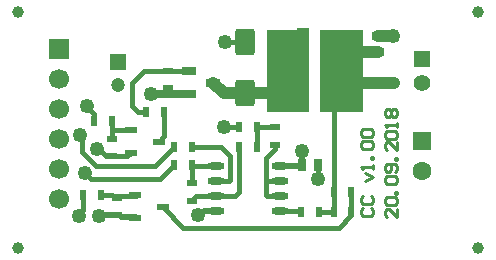
<source format=gtl>
G04*
G04 #@! TF.GenerationSoftware,Altium Limited,Altium Designer,18.1.1 (9)*
G04*
G04 Layer_Physical_Order=1*
G04 Layer_Color=255*
%FSLAX42Y42*%
%MOMM*%
G71*
G01*
G75*
%ADD27C,1.20*%
%ADD29R,1.20X0.70*%
%ADD30R,1.00X0.60*%
%ADD31R,2.60X7.00*%
%ADD32R,0.95X0.60*%
%ADD33R,1.00X0.80*%
%ADD34R,0.60X0.95*%
G04:AMPARAMS|DCode=35|XSize=2.27mm|YSize=1.65mm|CornerRadius=0.25mm|HoleSize=0mm|Usage=FLASHONLY|Rotation=90.000|XOffset=0mm|YOffset=0mm|HoleType=Round|Shape=RoundedRectangle|*
%AMROUNDEDRECTD35*
21,1,2.27,1.16,0,0,90.0*
21,1,1.78,1.65,0,0,90.0*
1,1,0.50,0.58,0.89*
1,1,0.50,0.58,-0.89*
1,1,0.50,-0.58,-0.89*
1,1,0.50,-0.58,0.89*
%
%ADD35ROUNDEDRECTD35*%
%ADD36R,0.80X1.00*%
%ADD37O,1.45X0.60*%
%ADD38C,1.00*%
%ADD39C,0.40*%
%ADD40C,0.50*%
%ADD41C,0.70*%
%ADD42C,0.25*%
%ADD43R,1.20X7.00*%
%ADD44R,1.10X7.10*%
%ADD45C,1.00*%
%ADD46R,1.40X1.40*%
%ADD47C,1.40*%
%ADD48C,1.60*%
%ADD49R,1.60X1.60*%
%ADD50R,1.70X1.70*%
%ADD51C,1.70*%
%ADD52C,1.25*%
D27*
X750Y1275D02*
D03*
D29*
X1348Y1395D02*
D03*
Y1205D02*
D03*
X1552Y1300D02*
D03*
D30*
X1130Y250D02*
D03*
X890Y155D02*
D03*
Y345D02*
D03*
X1095Y800D02*
D03*
X855Y705D02*
D03*
Y895D02*
D03*
D31*
X2700Y1400D02*
D03*
X2138D02*
D03*
D32*
X1175D02*
D03*
Y1250D02*
D03*
X700Y825D02*
D03*
Y675D02*
D03*
X1375Y300D02*
D03*
Y450D02*
D03*
X2075Y775D02*
D03*
Y925D02*
D03*
X740Y175D02*
D03*
Y325D02*
D03*
D33*
X2950Y1692D02*
D03*
Y1557D02*
D03*
D34*
X1135Y1050D02*
D03*
X985D02*
D03*
X700Y975D02*
D03*
X550D02*
D03*
X1375Y600D02*
D03*
X1225D02*
D03*
X2300Y200D02*
D03*
X2450D02*
D03*
X1925Y750D02*
D03*
X1775D02*
D03*
X1225D02*
D03*
X1375D02*
D03*
X1925Y925D02*
D03*
X1775D02*
D03*
X2725Y200D02*
D03*
X2575D02*
D03*
X2725Y375D02*
D03*
X2575D02*
D03*
X605Y350D02*
D03*
X455D02*
D03*
D35*
X1825Y1642D02*
D03*
Y1209D02*
D03*
D36*
X2308Y600D02*
D03*
X2442D02*
D03*
D37*
X2123Y210D02*
D03*
Y337D02*
D03*
Y464D02*
D03*
Y591D02*
D03*
X1577Y210D02*
D03*
Y337D02*
D03*
Y464D02*
D03*
Y591D02*
D03*
D38*
X2800Y1300D02*
X3090D01*
X2950Y1692D02*
X3075D01*
X2708Y1557D02*
X2950D01*
X1825Y1209D02*
X2108D01*
X1643D02*
X1825D01*
X1552Y1300D02*
X1643Y1209D01*
D39*
X920Y1050D02*
X985D01*
X870Y1100D02*
X920Y1050D01*
X870Y1100D02*
Y1300D01*
X970Y1400D01*
X1175D01*
X575Y750D02*
X650Y675D01*
X470Y530D02*
X520Y480D01*
X440Y713D02*
Y860D01*
Y713D02*
X563Y590D01*
X1065D01*
X1225Y750D01*
X420Y190D02*
X455Y225D01*
X420Y170D02*
Y190D01*
X483Y1100D02*
X550Y1033D01*
Y975D02*
Y1033D01*
X520Y480D02*
X1105D01*
X1225Y600D01*
X455Y225D02*
Y350D01*
X710Y340D02*
X900D01*
X605Y350D02*
X700D01*
X710Y340D01*
X2622Y72D02*
X2725Y175D01*
X1140Y235D02*
X1303Y72D01*
X2622D01*
X2075Y735D02*
Y775D01*
X2000Y660D02*
X2075Y735D01*
X2000Y464D02*
Y660D01*
X650Y675D02*
X700D01*
X825D01*
X855Y705D01*
X2442Y482D02*
Y600D01*
X1650Y925D02*
X1775D01*
X1658Y1642D02*
X1825D01*
X2575Y1275D02*
X2700Y1400D01*
X2575Y375D02*
Y1275D01*
X2298Y591D02*
X2308Y600D01*
X2291Y210D02*
X2300Y200D01*
X2123Y210D02*
X2291D01*
X2450Y200D02*
X2575D01*
Y375D01*
X2725Y200D02*
Y375D01*
Y175D02*
Y200D01*
X2014Y337D02*
X2123D01*
X2000Y350D02*
X2014Y337D01*
X2000Y350D02*
Y464D01*
X2123D01*
X1925Y925D02*
X1925Y925D01*
X2075D01*
X1925Y750D02*
Y900D01*
X1775Y375D02*
Y750D01*
X1736Y337D02*
X1775Y375D01*
X1577Y337D02*
X1736D01*
X1577Y464D02*
X1689D01*
X1700Y475D01*
Y675D01*
X1625Y750D02*
X1700Y675D01*
X1375Y750D02*
X1625D01*
X1375Y600D02*
X1385Y591D01*
X1577D01*
X1375Y450D02*
Y600D01*
Y300D02*
X1411Y337D01*
X1577D01*
X700Y900D02*
Y975D01*
Y825D02*
Y900D01*
X705Y895D01*
X855D01*
X1095Y800D02*
X1140Y845D01*
X2700Y1550D02*
X2708Y1557D01*
X2700Y1400D02*
Y1550D01*
Y1400D02*
X2800Y1300D01*
X2138Y1238D02*
Y1400D01*
X2108Y1209D02*
X2138Y1238D01*
X1175Y1400D02*
X1180Y1395D01*
X1348D01*
X1140Y845D02*
Y1040D01*
D40*
X775Y160D02*
X900D01*
X1480Y210D02*
X1577D01*
X1451Y180D02*
X1480Y210D01*
X1430Y180D02*
X1451D01*
X590Y170D02*
X620D01*
X630Y180D01*
Y175D02*
Y180D01*
Y175D02*
X740D01*
X2308Y600D02*
Y718D01*
X2123Y591D02*
X2298D01*
D41*
X1030Y1205D02*
X1348D01*
D42*
X3110Y227D02*
Y160D01*
X3043Y227D01*
X3027D01*
X3010Y210D01*
Y177D01*
X3027Y160D01*
Y260D02*
X3010Y277D01*
Y310D01*
X3027Y327D01*
X3093D01*
X3110Y310D01*
Y277D01*
X3093Y260D01*
X3027D01*
X3110Y360D02*
X3093D01*
Y377D01*
X3110D01*
Y360D01*
X3027Y443D02*
X3010Y460D01*
Y493D01*
X3027Y510D01*
X3093D01*
X3110Y493D01*
Y460D01*
X3093Y443D01*
X3027D01*
X3093Y543D02*
X3110Y560D01*
Y593D01*
X3093Y610D01*
X3027D01*
X3010Y593D01*
Y560D01*
X3027Y543D01*
X3043D01*
X3060Y560D01*
Y610D01*
X3110Y643D02*
X3093D01*
Y660D01*
X3110D01*
Y643D01*
Y793D02*
Y726D01*
X3043Y793D01*
X3027D01*
X3010Y776D01*
Y743D01*
X3027Y726D01*
Y826D02*
X3010Y843D01*
Y876D01*
X3027Y893D01*
X3093D01*
X3110Y876D01*
Y843D01*
X3093Y826D01*
X3027D01*
X3110Y926D02*
Y960D01*
Y943D01*
X3010D01*
X3027Y926D01*
Y1010D02*
X3010Y1026D01*
Y1060D01*
X3027Y1076D01*
X3043D01*
X3060Y1060D01*
X3077Y1076D01*
X3093D01*
X3110Y1060D01*
Y1026D01*
X3093Y1010D01*
X3077D01*
X3060Y1026D01*
X3043Y1010D01*
X3027D01*
X3060Y1026D02*
Y1060D01*
X2827Y237D02*
X2810Y220D01*
Y187D01*
X2827Y170D01*
X2893D01*
X2910Y187D01*
Y220D01*
X2893Y237D01*
X2827Y337D02*
X2810Y320D01*
Y287D01*
X2827Y270D01*
X2893D01*
X2910Y287D01*
Y320D01*
X2893Y337D01*
X2843Y470D02*
X2910Y503D01*
X2843Y537D01*
X2910Y570D02*
Y603D01*
Y587D01*
X2810D01*
X2827Y570D01*
X2910Y653D02*
X2893D01*
Y670D01*
X2910D01*
Y653D01*
X2827Y736D02*
X2810Y753D01*
Y786D01*
X2827Y803D01*
X2893D01*
X2910Y786D01*
Y753D01*
X2893Y736D01*
X2827D01*
Y836D02*
X2810Y853D01*
Y886D01*
X2827Y903D01*
X2893D01*
X2910Y886D01*
Y853D01*
X2893Y836D01*
X2827D01*
D43*
X2520Y1400D02*
D03*
D44*
X2315Y1405D02*
D03*
D45*
X3800Y-100D02*
D03*
Y1900D02*
D03*
X-100D02*
D03*
Y-100D02*
D03*
X3090Y1300D02*
D03*
X2930D02*
D03*
D46*
X750Y1475D02*
D03*
X3325Y1500D02*
D03*
D47*
Y1300D02*
D03*
D48*
Y550D02*
D03*
D49*
Y804D02*
D03*
D50*
X250Y1587D02*
D03*
D51*
Y1333D02*
D03*
Y1079D02*
D03*
Y825D02*
D03*
Y571D02*
D03*
Y317D02*
D03*
D52*
X590Y170D02*
D03*
X470Y530D02*
D03*
X420Y170D02*
D03*
X430Y860D02*
D03*
X483Y1100D02*
D03*
X1030Y1205D02*
D03*
X570Y740D02*
D03*
X1430Y180D02*
D03*
X3075Y1692D02*
D03*
X2442Y482D02*
D03*
X1650Y925D02*
D03*
X1658Y1642D02*
D03*
X2308Y718D02*
D03*
M02*

</source>
